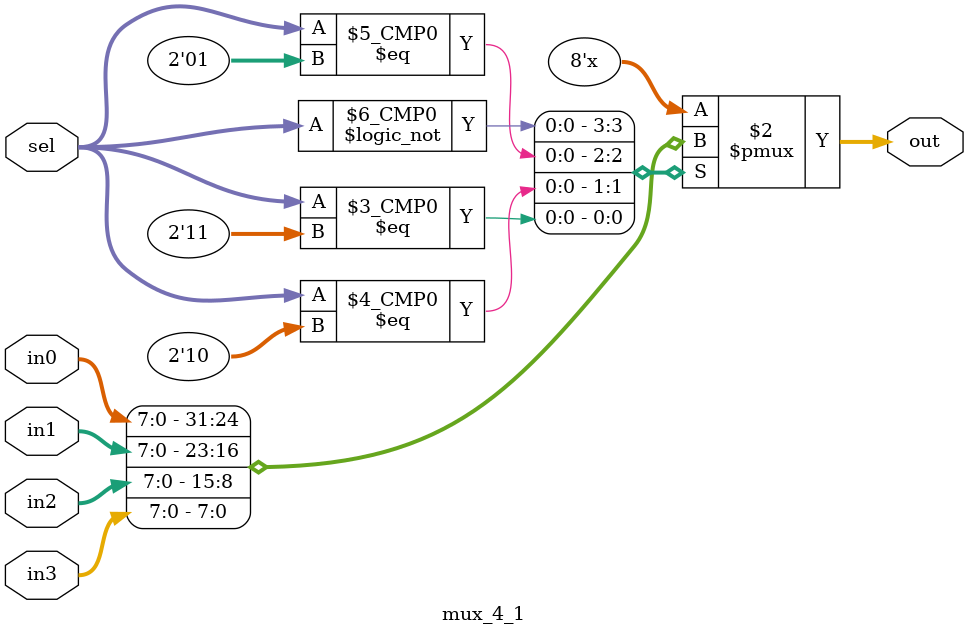
<source format=v>
module mux_4_1 #( parameter width = 8 )
(
input [width-1 : 0] in0 , in1 , in2 , in3 ,
input [1:0] sel ,
output reg [width-1 : 0] out 
) ;

always@ (*)
begin
  case (sel)
   2'b00 : out = in0 ;
   2'b01 : out = in1 ;
   2'b10 : out = in2 ;
   2'b11 : out = in3 ;
   endcase
end
endmodule
</source>
